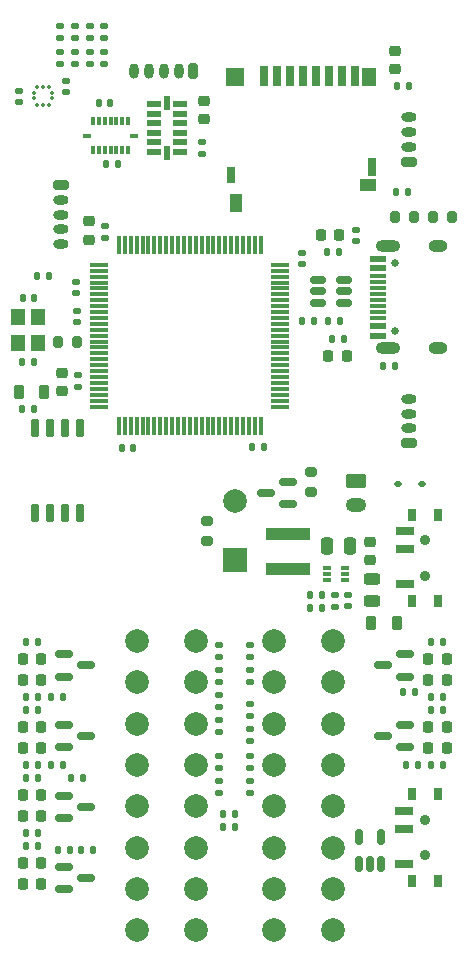
<source format=gts>
%TF.GenerationSoftware,KiCad,Pcbnew,7.0.2-0*%
%TF.CreationDate,2023-12-01T11:24:17-06:00*%
%TF.ProjectId,Flight Computer,466c6967-6874-4204-936f-6d7075746572,1.1*%
%TF.SameCoordinates,Original*%
%TF.FileFunction,Soldermask,Top*%
%TF.FilePolarity,Negative*%
%FSLAX46Y46*%
G04 Gerber Fmt 4.6, Leading zero omitted, Abs format (unit mm)*
G04 Created by KiCad (PCBNEW 7.0.2-0) date 2023-12-01 11:24:17*
%MOMM*%
%LPD*%
G01*
G04 APERTURE LIST*
G04 Aperture macros list*
%AMRoundRect*
0 Rectangle with rounded corners*
0 $1 Rounding radius*
0 $2 $3 $4 $5 $6 $7 $8 $9 X,Y pos of 4 corners*
0 Add a 4 corners polygon primitive as box body*
4,1,4,$2,$3,$4,$5,$6,$7,$8,$9,$2,$3,0*
0 Add four circle primitives for the rounded corners*
1,1,$1+$1,$2,$3*
1,1,$1+$1,$4,$5*
1,1,$1+$1,$6,$7*
1,1,$1+$1,$8,$9*
0 Add four rect primitives between the rounded corners*
20,1,$1+$1,$2,$3,$4,$5,0*
20,1,$1+$1,$4,$5,$6,$7,0*
20,1,$1+$1,$6,$7,$8,$9,0*
20,1,$1+$1,$8,$9,$2,$3,0*%
G04 Aperture macros list end*
%ADD10RoundRect,0.218750X-0.218750X-0.256250X0.218750X-0.256250X0.218750X0.256250X-0.218750X0.256250X0*%
%ADD11RoundRect,0.135000X-0.135000X-0.185000X0.135000X-0.185000X0.135000X0.185000X-0.135000X0.185000X0*%
%ADD12RoundRect,0.150000X-0.587500X-0.150000X0.587500X-0.150000X0.587500X0.150000X-0.587500X0.150000X0*%
%ADD13RoundRect,0.200000X-0.275000X0.200000X-0.275000X-0.200000X0.275000X-0.200000X0.275000X0.200000X0*%
%ADD14RoundRect,0.135000X-0.185000X0.135000X-0.185000X-0.135000X0.185000X-0.135000X0.185000X0.135000X0*%
%ADD15RoundRect,0.150000X0.587500X0.150000X-0.587500X0.150000X-0.587500X-0.150000X0.587500X-0.150000X0*%
%ADD16RoundRect,0.218750X0.218750X0.256250X-0.218750X0.256250X-0.218750X-0.256250X0.218750X-0.256250X0*%
%ADD17RoundRect,0.225000X0.250000X-0.225000X0.250000X0.225000X-0.250000X0.225000X-0.250000X-0.225000X0*%
%ADD18RoundRect,0.135000X0.185000X-0.135000X0.185000X0.135000X-0.185000X0.135000X-0.185000X-0.135000X0*%
%ADD19RoundRect,0.200000X0.200000X0.275000X-0.200000X0.275000X-0.200000X-0.275000X0.200000X-0.275000X0*%
%ADD20RoundRect,0.140000X0.140000X0.170000X-0.140000X0.170000X-0.140000X-0.170000X0.140000X-0.170000X0*%
%ADD21RoundRect,0.243750X0.456250X-0.243750X0.456250X0.243750X-0.456250X0.243750X-0.456250X-0.243750X0*%
%ADD22RoundRect,0.225000X-0.250000X0.225000X-0.250000X-0.225000X0.250000X-0.225000X0.250000X0.225000X0*%
%ADD23RoundRect,0.140000X-0.140000X-0.170000X0.140000X-0.170000X0.140000X0.170000X-0.140000X0.170000X0*%
%ADD24R,0.800000X1.000000*%
%ADD25C,0.900000*%
%ADD26R,1.500000X0.700000*%
%ADD27RoundRect,0.140000X0.170000X-0.140000X0.170000X0.140000X-0.170000X0.140000X-0.170000X-0.140000X0*%
%ADD28RoundRect,0.218750X0.218750X0.381250X-0.218750X0.381250X-0.218750X-0.381250X0.218750X-0.381250X0*%
%ADD29RoundRect,0.200000X0.450000X-0.200000X0.450000X0.200000X-0.450000X0.200000X-0.450000X-0.200000X0*%
%ADD30O,1.300000X0.800000*%
%ADD31RoundRect,0.140000X-0.170000X0.140000X-0.170000X-0.140000X0.170000X-0.140000X0.170000X0.140000X0*%
%ADD32RoundRect,0.135000X0.135000X0.185000X-0.135000X0.185000X-0.135000X-0.185000X0.135000X-0.185000X0*%
%ADD33R,3.700000X1.100000*%
%ADD34RoundRect,0.112500X-0.187500X-0.112500X0.187500X-0.112500X0.187500X0.112500X-0.187500X0.112500X0*%
%ADD35RoundRect,0.075000X-0.725000X-0.075000X0.725000X-0.075000X0.725000X0.075000X-0.725000X0.075000X0*%
%ADD36RoundRect,0.075000X-0.075000X-0.725000X0.075000X-0.725000X0.075000X0.725000X-0.075000X0.725000X0*%
%ADD37C,0.650000*%
%ADD38R,1.450000X0.600000*%
%ADD39R,1.450000X0.300000*%
%ADD40O,2.100000X1.000000*%
%ADD41O,1.600000X1.000000*%
%ADD42RoundRect,0.150000X0.150000X-0.512500X0.150000X0.512500X-0.150000X0.512500X-0.150000X-0.512500X0*%
%ADD43RoundRect,0.200000X0.200000X0.450000X-0.200000X0.450000X-0.200000X-0.450000X0.200000X-0.450000X0*%
%ADD44O,0.800000X1.300000*%
%ADD45RoundRect,0.150000X0.512500X0.150000X-0.512500X0.150000X-0.512500X-0.150000X0.512500X-0.150000X0*%
%ADD46R,0.700000X1.750000*%
%ADD47R,1.450000X1.000000*%
%ADD48R,1.000000X1.550000*%
%ADD49R,0.800000X1.500000*%
%ADD50R,1.300000X1.500000*%
%ADD51R,1.500000X1.500000*%
%ADD52R,0.800000X1.400000*%
%ADD53RoundRect,0.200000X0.275000X-0.200000X0.275000X0.200000X-0.275000X0.200000X-0.275000X-0.200000X0*%
%ADD54RoundRect,0.200000X-0.200000X-0.275000X0.200000X-0.275000X0.200000X0.275000X-0.200000X0.275000X0*%
%ADD55R,1.200000X1.400000*%
%ADD56RoundRect,0.012500X0.112500X-0.325000X0.112500X0.325000X-0.112500X0.325000X-0.112500X-0.325000X0*%
%ADD57RoundRect,0.012500X0.325000X-0.112500X0.325000X0.112500X-0.325000X0.112500X-0.325000X-0.112500X0*%
%ADD58RoundRect,0.200000X-0.450000X0.200000X-0.450000X-0.200000X0.450000X-0.200000X0.450000X0.200000X0*%
%ADD59RoundRect,0.250000X-0.250000X-0.475000X0.250000X-0.475000X0.250000X0.475000X-0.250000X0.475000X0*%
%ADD60RoundRect,0.012500X0.125000X-0.112500X0.125000X0.112500X-0.125000X0.112500X-0.125000X-0.112500X0*%
%ADD61RoundRect,0.012500X0.112500X-0.125000X0.112500X0.125000X-0.112500X0.125000X-0.112500X-0.125000X0*%
%ADD62RoundRect,0.027500X0.545000X0.247500X-0.545000X0.247500X-0.545000X-0.247500X0.545000X-0.247500X0*%
%ADD63RoundRect,0.027500X0.247500X0.545000X-0.247500X0.545000X-0.247500X-0.545000X0.247500X-0.545000X0*%
%ADD64RoundRect,0.150000X0.150000X-0.650000X0.150000X0.650000X-0.150000X0.650000X-0.150000X-0.650000X0*%
%ADD65R,0.700000X0.340000*%
%ADD66RoundRect,0.250000X-0.625000X0.350000X-0.625000X-0.350000X0.625000X-0.350000X0.625000X0.350000X0*%
%ADD67O,1.750000X1.200000*%
%ADD68C,2.000000*%
%ADD69R,2.000000X2.000000*%
G04 APERTURE END LIST*
D10*
%TO.C,D12*%
X85552500Y-73000000D03*
X87127500Y-73000000D03*
%TD*%
D11*
%TO.C,R3*%
X86750000Y-40490000D03*
X87770000Y-40490000D03*
%TD*%
D10*
%TO.C,D8*%
X85552500Y-80500000D03*
X87127500Y-80500000D03*
%TD*%
D12*
%TO.C,Q2*%
X89062500Y-90550000D03*
X89062500Y-92450000D03*
X90937500Y-91500000D03*
%TD*%
D13*
%TO.C,R18*%
X109950000Y-57135000D03*
X109950000Y-58785000D03*
%TD*%
D14*
%TO.C,R14*%
X104800000Y-78890000D03*
X104800000Y-79910000D03*
%TD*%
D15*
%TO.C,Q1*%
X108037500Y-59860000D03*
X108037500Y-57960000D03*
X106162500Y-58910000D03*
%TD*%
D10*
%TO.C,D9*%
X85552500Y-90250000D03*
X87127500Y-90250000D03*
%TD*%
D16*
%TO.C,D2*%
X112347500Y-37080000D03*
X110772500Y-37080000D03*
%TD*%
D14*
%TO.C,R13*%
X104800000Y-76790000D03*
X104800000Y-77810000D03*
%TD*%
D17*
%TO.C,C26*%
X114940000Y-64595000D03*
X114940000Y-63045000D03*
%TD*%
D18*
%TO.C,R9*%
X102200000Y-79110000D03*
X102200000Y-78090000D03*
%TD*%
D11*
%TO.C,R19*%
X116090000Y-48182500D03*
X117110000Y-48182500D03*
%TD*%
D10*
%TO.C,D10*%
X85552500Y-84500000D03*
X87127500Y-84500000D03*
%TD*%
D19*
%TO.C,R2*%
X90175000Y-46107500D03*
X88525000Y-46107500D03*
%TD*%
D11*
%TO.C,R59*%
X120150000Y-71500000D03*
X121170000Y-71500000D03*
%TD*%
D20*
%TO.C,C10*%
X86480000Y-47782500D03*
X85520000Y-47782500D03*
%TD*%
D21*
%TO.C,F2*%
X115090000Y-68077500D03*
X115090000Y-66202500D03*
%TD*%
D22*
%TO.C,C1*%
X100910000Y-25715000D03*
X100910000Y-27265000D03*
%TD*%
D23*
%TO.C,C8*%
X92020000Y-25870000D03*
X92980000Y-25870000D03*
%TD*%
D20*
%TO.C,C15*%
X94930000Y-55070000D03*
X93970000Y-55070000D03*
%TD*%
D11*
%TO.C,R47*%
X85830000Y-88750000D03*
X86850000Y-88750000D03*
%TD*%
D14*
%TO.C,R15*%
X102200000Y-71790000D03*
X102200000Y-72810000D03*
%TD*%
D18*
%TO.C,R35*%
X104800000Y-82210000D03*
X104800000Y-81190000D03*
%TD*%
%TO.C,R1*%
X111980000Y-68530000D03*
X111980000Y-67510000D03*
%TD*%
D24*
%TO.C,SW1*%
X118530000Y-68050000D03*
X120740000Y-68050000D03*
D25*
X119640000Y-65900000D03*
X119640000Y-62900000D03*
D24*
X118530000Y-60750000D03*
X120740000Y-60750000D03*
D26*
X117880000Y-66650000D03*
X117880000Y-63650000D03*
X117880000Y-62150000D03*
%TD*%
D16*
%TO.C,D4*%
X121447500Y-74750000D03*
X119872500Y-74750000D03*
%TD*%
D19*
%TO.C,R21*%
X118700000Y-35570000D03*
X117050000Y-35570000D03*
%TD*%
D18*
%TO.C,R53*%
X91250000Y-20390000D03*
X91250000Y-19370000D03*
%TD*%
D27*
%TO.C,C25*%
X113800000Y-37560000D03*
X113800000Y-36600000D03*
%TD*%
D28*
%TO.C,FB1*%
X87362500Y-50332500D03*
X85237500Y-50332500D03*
%TD*%
D29*
%TO.C,J8*%
X118270000Y-54690000D03*
D30*
X118270000Y-53440000D03*
X118270000Y-52190000D03*
X118270000Y-50940000D03*
%TD*%
D27*
%TO.C,C16*%
X90200000Y-49887500D03*
X90200000Y-48927500D03*
%TD*%
D11*
%TO.C,R37*%
X120150000Y-76150000D03*
X121170000Y-76150000D03*
%TD*%
D31*
%TO.C,C3*%
X89230000Y-23990000D03*
X89230000Y-24950000D03*
%TD*%
D32*
%TO.C,R46*%
X110180000Y-44350000D03*
X109160000Y-44350000D03*
%TD*%
%TO.C,R5*%
X110880000Y-67560000D03*
X109860000Y-67560000D03*
%TD*%
%TO.C,R17*%
X112720000Y-45850000D03*
X111700000Y-45850000D03*
%TD*%
D11*
%TO.C,R22*%
X109860000Y-68660000D03*
X110880000Y-68660000D03*
%TD*%
D33*
%TO.C,L3*%
X108050000Y-65340000D03*
X108050000Y-62340000D03*
%TD*%
D11*
%TO.C,R58*%
X85830000Y-71500000D03*
X86850000Y-71500000D03*
%TD*%
D34*
%TO.C,D15*%
X117300000Y-58150000D03*
X119400000Y-58150000D03*
%TD*%
D16*
%TO.C,D13*%
X121447500Y-73000000D03*
X119872500Y-73000000D03*
%TD*%
D35*
%TO.C,U1*%
X92025000Y-39582500D03*
X92025000Y-40082500D03*
X92025000Y-40582500D03*
X92025000Y-41082500D03*
X92025000Y-41582500D03*
X92025000Y-42082500D03*
X92025000Y-42582500D03*
X92025000Y-43082500D03*
X92025000Y-43582500D03*
X92025000Y-44082500D03*
X92025000Y-44582500D03*
X92025000Y-45082500D03*
X92025000Y-45582500D03*
X92025000Y-46082500D03*
X92025000Y-46582500D03*
X92025000Y-47082500D03*
X92025000Y-47582500D03*
X92025000Y-48082500D03*
X92025000Y-48582500D03*
X92025000Y-49082500D03*
X92025000Y-49582500D03*
X92025000Y-50082500D03*
X92025000Y-50582500D03*
X92025000Y-51082500D03*
X92025000Y-51582500D03*
D36*
X93700000Y-53257500D03*
X94200000Y-53257500D03*
X94700000Y-53257500D03*
X95200000Y-53257500D03*
X95700000Y-53257500D03*
X96200000Y-53257500D03*
X96700000Y-53257500D03*
X97200000Y-53257500D03*
X97700000Y-53257500D03*
X98200000Y-53257500D03*
X98700000Y-53257500D03*
X99200000Y-53257500D03*
X99700000Y-53257500D03*
X100200000Y-53257500D03*
X100700000Y-53257500D03*
X101200000Y-53257500D03*
X101700000Y-53257500D03*
X102200000Y-53257500D03*
X102700000Y-53257500D03*
X103200000Y-53257500D03*
X103700000Y-53257500D03*
X104200000Y-53257500D03*
X104700000Y-53257500D03*
X105200000Y-53257500D03*
X105700000Y-53257500D03*
D35*
X107375000Y-51582500D03*
X107375000Y-51082500D03*
X107375000Y-50582500D03*
X107375000Y-50082500D03*
X107375000Y-49582500D03*
X107375000Y-49082500D03*
X107375000Y-48582500D03*
X107375000Y-48082500D03*
X107375000Y-47582500D03*
X107375000Y-47082500D03*
X107375000Y-46582500D03*
X107375000Y-46082500D03*
X107375000Y-45582500D03*
X107375000Y-45082500D03*
X107375000Y-44582500D03*
X107375000Y-44082500D03*
X107375000Y-43582500D03*
X107375000Y-43082500D03*
X107375000Y-42582500D03*
X107375000Y-42082500D03*
X107375000Y-41582500D03*
X107375000Y-41082500D03*
X107375000Y-40582500D03*
X107375000Y-40082500D03*
X107375000Y-39582500D03*
D36*
X105700000Y-37907500D03*
X105200000Y-37907500D03*
X104700000Y-37907500D03*
X104200000Y-37907500D03*
X103700000Y-37907500D03*
X103200000Y-37907500D03*
X102700000Y-37907500D03*
X102200000Y-37907500D03*
X101700000Y-37907500D03*
X101200000Y-37907500D03*
X100700000Y-37907500D03*
X100200000Y-37907500D03*
X99700000Y-37907500D03*
X99200000Y-37907500D03*
X98700000Y-37907500D03*
X98200000Y-37907500D03*
X97700000Y-37907500D03*
X97200000Y-37907500D03*
X96700000Y-37907500D03*
X96200000Y-37907500D03*
X95700000Y-37907500D03*
X95200000Y-37907500D03*
X94700000Y-37907500D03*
X94200000Y-37907500D03*
X93700000Y-37907500D03*
%TD*%
D16*
%TO.C,D5*%
X121447500Y-80500000D03*
X119872500Y-80500000D03*
%TD*%
D17*
%TO.C,C7*%
X91200000Y-37445000D03*
X91200000Y-35895000D03*
%TD*%
D32*
%TO.C,R39*%
X86850000Y-76150000D03*
X85830000Y-76150000D03*
%TD*%
D20*
%TO.C,C29*%
X86480000Y-51820000D03*
X85520000Y-51820000D03*
%TD*%
D32*
%TO.C,R27*%
X118160000Y-33432500D03*
X117140000Y-33432500D03*
%TD*%
D11*
%TO.C,R38*%
X120150000Y-81900000D03*
X121170000Y-81900000D03*
%TD*%
%TO.C,R33*%
X87920000Y-81900000D03*
X88940000Y-81900000D03*
%TD*%
D32*
%TO.C,R40*%
X86850000Y-87650000D03*
X85830000Y-87650000D03*
%TD*%
D37*
%TO.C,J7*%
X117050000Y-45210000D03*
X117050000Y-39430000D03*
D38*
X115605000Y-45570000D03*
X115605000Y-44770000D03*
D39*
X115605000Y-43570000D03*
X115605000Y-42570000D03*
X115605000Y-42070000D03*
X115605000Y-41070000D03*
D38*
X115605000Y-39870000D03*
X115605000Y-39070000D03*
X115605000Y-39070000D03*
X115605000Y-39870000D03*
D39*
X115605000Y-40570000D03*
X115605000Y-41570000D03*
X115605000Y-43070000D03*
X115605000Y-44070000D03*
D38*
X115605000Y-44770000D03*
X115605000Y-45570000D03*
D40*
X116520000Y-46640000D03*
D41*
X120700000Y-46640000D03*
D40*
X116520000Y-38000000D03*
D41*
X120700000Y-38000000D03*
%TD*%
D32*
%TO.C,R30*%
X118730000Y-75790000D03*
X117710000Y-75790000D03*
%TD*%
D14*
%TO.C,R12*%
X104800000Y-73890000D03*
X104800000Y-74910000D03*
%TD*%
D31*
%TO.C,C12*%
X109160000Y-38560000D03*
X109160000Y-39520000D03*
%TD*%
D28*
%TO.C,FB3*%
X117202500Y-69900000D03*
X115077500Y-69900000D03*
%TD*%
D42*
%TO.C,U8*%
X114020000Y-90337500D03*
X114970000Y-90337500D03*
X115920000Y-90337500D03*
X115920000Y-88062500D03*
X114020000Y-88062500D03*
%TD*%
D18*
%TO.C,R48*%
X92460000Y-22590000D03*
X92460000Y-21570000D03*
%TD*%
%TO.C,R8*%
X102200000Y-82210000D03*
X102200000Y-81190000D03*
%TD*%
D16*
%TO.C,D14*%
X121447500Y-78750000D03*
X119872500Y-78750000D03*
%TD*%
D10*
%TO.C,D11*%
X85552500Y-78750000D03*
X87127500Y-78750000D03*
%TD*%
D15*
%TO.C,Q7*%
X117937500Y-80450000D03*
X117937500Y-78550000D03*
X116062500Y-79500000D03*
%TD*%
D27*
%TO.C,C9*%
X90100000Y-42012500D03*
X90100000Y-41052500D03*
%TD*%
D10*
%TO.C,D3*%
X85552500Y-92000000D03*
X87127500Y-92000000D03*
%TD*%
D27*
%TO.C,C4*%
X85200000Y-25820000D03*
X85200000Y-24860000D03*
%TD*%
D18*
%TO.C,R49*%
X92460000Y-20390000D03*
X92460000Y-19370000D03*
%TD*%
D17*
%TO.C,C24*%
X88850000Y-50282500D03*
X88850000Y-48732500D03*
%TD*%
D14*
%TO.C,R16*%
X102200000Y-73890000D03*
X102200000Y-74910000D03*
%TD*%
D43*
%TO.C,J3*%
X100000000Y-23200000D03*
D44*
X98750000Y-23200000D03*
X97500000Y-23200000D03*
X96250000Y-23200000D03*
X95000000Y-23200000D03*
%TD*%
D45*
%TO.C,U2*%
X112787500Y-42782500D03*
X112787500Y-41832500D03*
X112787500Y-40882500D03*
X110512500Y-40882500D03*
X110512500Y-41832500D03*
X110512500Y-42782500D03*
%TD*%
D46*
%TO.C,J10*%
X105995000Y-23582500D03*
X107095000Y-23582500D03*
X108195000Y-23582500D03*
X109295000Y-23582500D03*
X110395000Y-23582500D03*
X111495000Y-23582500D03*
X112595000Y-23582500D03*
X113695000Y-23582500D03*
D47*
X114820000Y-32807500D03*
D48*
X103595000Y-34382500D03*
D49*
X115145000Y-31307500D03*
D50*
X114895000Y-23707500D03*
D51*
X103545000Y-23707500D03*
D52*
X103195000Y-31957500D03*
%TD*%
D53*
%TO.C,R28*%
X101150000Y-62945000D03*
X101150000Y-61295000D03*
%TD*%
D54*
%TO.C,R20*%
X120275000Y-35570000D03*
X121925000Y-35570000D03*
%TD*%
D11*
%TO.C,R4*%
X102490000Y-87200000D03*
X103510000Y-87200000D03*
%TD*%
D55*
%TO.C,Y1*%
X85175000Y-43982500D03*
X85175000Y-46182500D03*
X86875000Y-46182500D03*
X86875000Y-43982500D03*
%TD*%
D32*
%TO.C,R31*%
X119050000Y-81910000D03*
X118030000Y-81910000D03*
%TD*%
%TO.C,R36*%
X89530000Y-89160000D03*
X88510000Y-89160000D03*
%TD*%
D18*
%TO.C,R52*%
X91250000Y-22590000D03*
X91250000Y-21570000D03*
%TD*%
D32*
%TO.C,R41*%
X86850000Y-81900000D03*
X85830000Y-81900000D03*
%TD*%
D15*
%TO.C,Q6*%
X117937500Y-74450000D03*
X117937500Y-72550000D03*
X116062500Y-73500000D03*
%TD*%
D11*
%TO.C,R56*%
X85830000Y-83000000D03*
X86850000Y-83000000D03*
%TD*%
%TO.C,R57*%
X85830000Y-77250000D03*
X86850000Y-77250000D03*
%TD*%
D32*
%TO.C,R45*%
X112390000Y-44350000D03*
X111370000Y-44350000D03*
%TD*%
D29*
%TO.C,J9*%
X118300000Y-30857500D03*
D30*
X118300000Y-29607500D03*
X118300000Y-28357500D03*
X118300000Y-27107500D03*
%TD*%
D11*
%TO.C,R32*%
X87930000Y-76150000D03*
X88950000Y-76150000D03*
%TD*%
D18*
%TO.C,R7*%
X102200000Y-84310000D03*
X102200000Y-83290000D03*
%TD*%
%TO.C,R50*%
X88730000Y-22560000D03*
X88730000Y-21540000D03*
%TD*%
%TO.C,R55*%
X89980000Y-20390000D03*
X89980000Y-19370000D03*
%TD*%
D56*
%TO.C,U4*%
X91490000Y-27380000D03*
X91990000Y-27380000D03*
X92490000Y-27380000D03*
X92990000Y-27380000D03*
X93490000Y-27380000D03*
X93990000Y-27380000D03*
X94490000Y-27380000D03*
D57*
X95002500Y-28642500D03*
D56*
X94490000Y-29905000D03*
X93990000Y-29905000D03*
X93490000Y-29905000D03*
X92990000Y-29905000D03*
X92490000Y-29905000D03*
X91990000Y-29905000D03*
X91490000Y-29905000D03*
D57*
X90977500Y-28642500D03*
%TD*%
D18*
%TO.C,R10*%
X102200000Y-77010000D03*
X102200000Y-75990000D03*
%TD*%
D12*
%TO.C,Q5*%
X89062500Y-78550000D03*
X89062500Y-80450000D03*
X90937500Y-79500000D03*
%TD*%
D10*
%TO.C,D6*%
X85552500Y-74750000D03*
X87127500Y-74750000D03*
%TD*%
D24*
%TO.C,SW2*%
X118490000Y-91720000D03*
X120700000Y-91720000D03*
D25*
X119600000Y-89570000D03*
X119600000Y-86570000D03*
D24*
X118490000Y-84420000D03*
X120700000Y-84420000D03*
D26*
X117840000Y-90320000D03*
X117840000Y-87320000D03*
X117840000Y-85820000D03*
%TD*%
D27*
%TO.C,C27*%
X113110000Y-68480000D03*
X113110000Y-67520000D03*
%TD*%
D32*
%TO.C,R6*%
X103510000Y-86080000D03*
X102490000Y-86080000D03*
%TD*%
D11*
%TO.C,R29*%
X89660000Y-83058000D03*
X90680000Y-83058000D03*
%TD*%
D58*
%TO.C,J5*%
X88760000Y-32840000D03*
D30*
X88760000Y-34090000D03*
X88760000Y-35340000D03*
X88760000Y-36590000D03*
X88760000Y-37840000D03*
%TD*%
D14*
%TO.C,R11*%
X104800000Y-71790000D03*
X104800000Y-72810000D03*
%TD*%
D59*
%TO.C,C30*%
X111330000Y-63360000D03*
X113230000Y-63360000D03*
%TD*%
D60*
%TO.C,U5*%
X86537500Y-25002500D03*
X86537500Y-25502500D03*
D61*
X86800000Y-26015000D03*
X87300000Y-26015000D03*
X87800000Y-26015000D03*
D60*
X88062500Y-25502500D03*
X88062500Y-25002500D03*
D61*
X87800000Y-24490000D03*
X87300000Y-24490000D03*
X86800000Y-24490000D03*
%TD*%
D22*
%TO.C,C28*%
X117070000Y-21495000D03*
X117070000Y-23045000D03*
%TD*%
D18*
%TO.C,R51*%
X88730000Y-20360000D03*
X88730000Y-19340000D03*
%TD*%
D12*
%TO.C,Q3*%
X89062500Y-84550000D03*
X89062500Y-86450000D03*
X90937500Y-85500000D03*
%TD*%
D16*
%TO.C,D1*%
X112987500Y-47270000D03*
X111412500Y-47270000D03*
%TD*%
D20*
%TO.C,C13*%
X105955000Y-55020000D03*
X104995000Y-55020000D03*
%TD*%
D62*
%TO.C,U3*%
X98900000Y-30010000D03*
X98900000Y-29210000D03*
X98900000Y-28410000D03*
X98900000Y-27610000D03*
X98900000Y-26810000D03*
X98900000Y-26010000D03*
D63*
X97802500Y-25912500D03*
D62*
X96705000Y-26010000D03*
X96705000Y-26810000D03*
X96705000Y-27610000D03*
X96705000Y-28410000D03*
X96705000Y-29210000D03*
X96705000Y-30010000D03*
D63*
X97802500Y-30107500D03*
%TD*%
D10*
%TO.C,D7*%
X85552500Y-86250000D03*
X87127500Y-86250000D03*
%TD*%
D64*
%TO.C,U7*%
X86595000Y-60620000D03*
X87865000Y-60620000D03*
X89135000Y-60620000D03*
X90405000Y-60620000D03*
X90405000Y-53420000D03*
X89135000Y-53420000D03*
X87865000Y-53420000D03*
X86595000Y-53420000D03*
%TD*%
D27*
%TO.C,C2*%
X100700000Y-30162500D03*
X100700000Y-29202500D03*
%TD*%
D32*
%TO.C,R26*%
X118290000Y-24480000D03*
X117270000Y-24480000D03*
%TD*%
%TO.C,R24*%
X112300000Y-38475000D03*
X111280000Y-38475000D03*
%TD*%
D23*
%TO.C,C6*%
X85570000Y-42382500D03*
X86530000Y-42382500D03*
%TD*%
D18*
%TO.C,R54*%
X89980000Y-22560000D03*
X89980000Y-21540000D03*
%TD*%
D20*
%TO.C,C5*%
X93580000Y-31020000D03*
X92620000Y-31020000D03*
%TD*%
D11*
%TO.C,R34*%
X90500000Y-89170000D03*
X91520000Y-89170000D03*
%TD*%
D27*
%TO.C,C11*%
X92550000Y-37300000D03*
X92550000Y-36340000D03*
%TD*%
D18*
%TO.C,R25*%
X104800000Y-84310000D03*
X104800000Y-83290000D03*
%TD*%
D11*
%TO.C,R60*%
X120150000Y-77250000D03*
X121170000Y-77250000D03*
%TD*%
D65*
%TO.C,U6*%
X112830000Y-66270000D03*
X112830000Y-65770000D03*
X112830000Y-65270000D03*
X111330000Y-65270000D03*
X111330000Y-65770000D03*
X111330000Y-66270000D03*
%TD*%
D27*
%TO.C,C14*%
X90150000Y-44437500D03*
X90150000Y-43477500D03*
%TD*%
D12*
%TO.C,Q8*%
X89062500Y-72550000D03*
X89062500Y-74450000D03*
X90937500Y-73500000D03*
%TD*%
D66*
%TO.C,J4*%
X113800000Y-57900000D03*
D67*
X113800000Y-59900000D03*
%TD*%
D68*
%TO.C,J2*%
X95200000Y-95920000D03*
X100200000Y-95920000D03*
X95200000Y-92420000D03*
X100200000Y-92420000D03*
X95200000Y-88920000D03*
X100200000Y-88920000D03*
X95200000Y-85420000D03*
X100200000Y-85420000D03*
X95200000Y-81920000D03*
X100200000Y-81920000D03*
X95200000Y-78420000D03*
X100200000Y-78420000D03*
X95200000Y-74920000D03*
X100200000Y-74920000D03*
X95200000Y-71420000D03*
X100200000Y-71420000D03*
%TD*%
D69*
%TO.C,BZ1*%
X103500000Y-64590000D03*
D68*
X103500000Y-59590000D03*
%TD*%
%TO.C,J1*%
X111790000Y-71420000D03*
X106790000Y-71420000D03*
X111790000Y-74920000D03*
X106790000Y-74920000D03*
X111790000Y-78420000D03*
X106790000Y-78420000D03*
X111790000Y-81920000D03*
X106790000Y-81920000D03*
X111790000Y-85420000D03*
X106790000Y-85420000D03*
X111790000Y-88920000D03*
X106790000Y-88920000D03*
X111790000Y-92420000D03*
X106790000Y-92420000D03*
X111790000Y-95920000D03*
X106790000Y-95920000D03*
%TD*%
M02*

</source>
